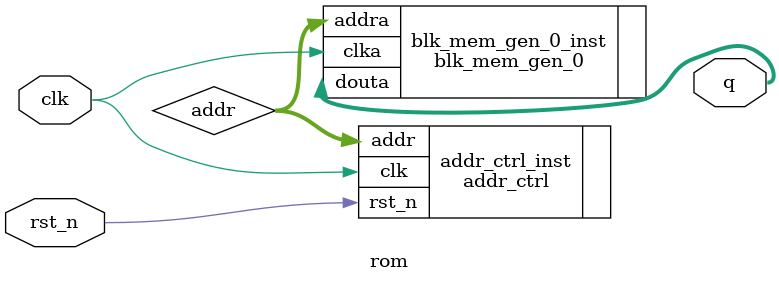
<source format=v>
`timescale 1ns / 1ps

module rom(
	
	input   wire           clk,
	input   wire           rst_n,
	output   wire     [7:0]    q
	);
	
	wire     [9:0]      addr;
	
	addr_ctrl addr_ctrl_inst(
	
	.clk      (clk),
	.rst_n      (rst_n),
	.addr      (addr)  
	);
	
	blk_mem_gen_0 blk_mem_gen_0_inst (
		.clka(clk),    // input wire clka
		.addra(addr),  // input wire [9 : 0] addra
		.douta(q)  // output wire [7 : 0] douta
	);
	
	endmodule

</source>
